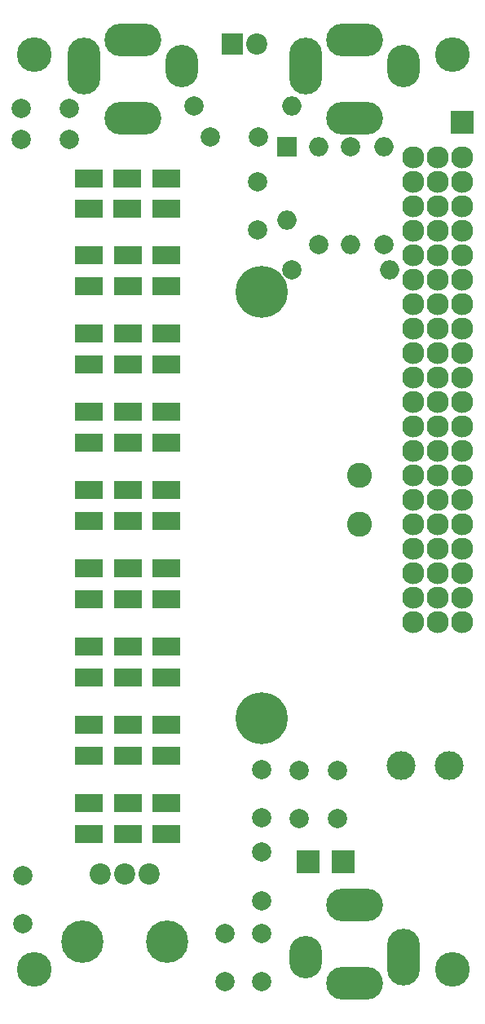
<source format=gts>
G04 #@! TF.GenerationSoftware,KiCad,Pcbnew,(5.0.0-3-g5ebb6b6)*
G04 #@! TF.CreationDate,2019-04-25T18:54:20+02:00*
G04 #@! TF.ProjectId,minidrum-77,6D696E696472756D2D37372E6B696361,rev?*
G04 #@! TF.SameCoordinates,Original*
G04 #@! TF.FileFunction,Soldermask,Top*
G04 #@! TF.FilePolarity,Negative*
%FSLAX46Y46*%
G04 Gerber Fmt 4.6, Leading zero omitted, Abs format (unit mm)*
G04 Created by KiCad (PCBNEW (5.0.0-3-g5ebb6b6)) date Thursday 25 April 2019 18:54:20*
%MOMM*%
%LPD*%
G01*
G04 APERTURE LIST*
%ADD10R,2.900000X1.924000*%
%ADD11C,5.400000*%
%ADD12C,2.600000*%
%ADD13C,2.000000*%
%ADD14O,2.000000X2.000000*%
%ADD15R,2.200000X2.200000*%
%ADD16C,2.200000*%
%ADD17C,2.300000*%
%ADD18C,3.600000*%
%ADD19R,2.000000X2.000000*%
%ADD20O,3.400000X5.900000*%
%ADD21O,3.400000X4.400000*%
%ADD22O,5.900000X3.400000*%
%ADD23C,3.000000*%
%ADD24R,2.400000X2.400000*%
%ADD25C,4.400000*%
G04 APERTURE END LIST*
D10*
G04 #@! TO.C,SW3*
X135001000Y-129159000D03*
X130937000Y-129159000D03*
X138938000Y-129159000D03*
X130937000Y-125984000D03*
X138938000Y-125984000D03*
X135001000Y-125984000D03*
G04 #@! TD*
G04 #@! TO.C,SW7*
X135001000Y-104775000D03*
X130937000Y-104775000D03*
X138938000Y-104775000D03*
X130937000Y-101600000D03*
X138938000Y-101600000D03*
X135001000Y-101600000D03*
G04 #@! TD*
D11*
G04 #@! TO.C,L1*
X148844000Y-81026000D03*
X148844000Y-125298200D03*
D12*
X159004000Y-105156000D03*
X159004000Y-100076000D03*
G04 #@! TD*
D13*
G04 #@! TO.C,R6*
X141859000Y-61722000D03*
D14*
X152019000Y-61722000D03*
G04 #@! TD*
D15*
G04 #@! TO.C,D2*
X145796000Y-55245000D03*
D16*
X148336000Y-55245000D03*
G04 #@! TD*
D17*
G04 #@! TO.C,REF\002A\002A*
X169672000Y-115316000D03*
X169672000Y-112776000D03*
X169672000Y-110236000D03*
X169672000Y-107696000D03*
X169672000Y-105156000D03*
X169672000Y-102616000D03*
X169672000Y-100076000D03*
X169672000Y-97536000D03*
X169672000Y-94996000D03*
X169672000Y-92456000D03*
X167132000Y-92456000D03*
X167132000Y-94996000D03*
X167132000Y-97536000D03*
X167132000Y-100076000D03*
X167132000Y-102616000D03*
X167132000Y-105156000D03*
X167132000Y-107696000D03*
X167132000Y-110236000D03*
X167132000Y-112776000D03*
X167132000Y-115316000D03*
X164592000Y-115316000D03*
X164592000Y-112776000D03*
X164592000Y-110236000D03*
X164592000Y-107696000D03*
X164592000Y-105156000D03*
X164592000Y-102616000D03*
X164592000Y-100076000D03*
X164592000Y-97536000D03*
X164592000Y-94996000D03*
X164592000Y-92456000D03*
G04 #@! TD*
D18*
G04 #@! TO.C,REF\002A\002A*
X125222000Y-56388000D03*
G04 #@! TD*
G04 #@! TO.C,REF\002A\002A*
X168656000Y-56388000D03*
G04 #@! TD*
G04 #@! TO.C,REF\002A\002A*
X168656000Y-151384000D03*
G04 #@! TD*
D13*
G04 #@! TO.C,C3*
X148463000Y-69549000D03*
X148463000Y-74549000D03*
G04 #@! TD*
G04 #@! TO.C,C1*
X123905000Y-65151000D03*
X128905000Y-65151000D03*
G04 #@! TD*
G04 #@! TO.C,C2*
X143510000Y-64897000D03*
X148510000Y-64897000D03*
G04 #@! TD*
G04 #@! TO.C,C4*
X128905000Y-61976000D03*
X123905000Y-61976000D03*
G04 #@! TD*
G04 #@! TO.C,C5*
X148844000Y-144192000D03*
X148844000Y-139192000D03*
G04 #@! TD*
G04 #@! TO.C,C6*
X124079000Y-141605000D03*
X124079000Y-146605000D03*
G04 #@! TD*
G04 #@! TO.C,C7*
X152781000Y-135683000D03*
X152781000Y-130683000D03*
G04 #@! TD*
G04 #@! TO.C,C8*
X156718000Y-135683000D03*
X156718000Y-130683000D03*
G04 #@! TD*
G04 #@! TO.C,C9*
X145034000Y-152654000D03*
X145034000Y-147654000D03*
G04 #@! TD*
G04 #@! TO.C,C10*
X148844000Y-152654000D03*
X148844000Y-147654000D03*
G04 #@! TD*
D19*
G04 #@! TO.C,D1*
X151511000Y-65913000D03*
D14*
X151511000Y-73533000D03*
G04 #@! TD*
D20*
G04 #@! TO.C,J1*
X153416000Y-57531000D03*
D21*
X163576000Y-57531000D03*
D22*
X158496000Y-54864000D03*
X158496000Y-62992000D03*
G04 #@! TD*
G04 #@! TO.C,J2*
X158496000Y-144653000D03*
X158496000Y-152781000D03*
D21*
X153416000Y-150114000D03*
D20*
X163576000Y-150114000D03*
G04 #@! TD*
D13*
G04 #@! TO.C,R1*
X152019000Y-78740000D03*
D14*
X162179000Y-78740000D03*
G04 #@! TD*
G04 #@! TO.C,R2*
X158115000Y-76073000D03*
D13*
X158115000Y-65913000D03*
G04 #@! TD*
G04 #@! TO.C,R3*
X154813000Y-76073000D03*
D14*
X154813000Y-65913000D03*
G04 #@! TD*
G04 #@! TO.C,R4*
X161544000Y-65913000D03*
D13*
X161544000Y-76073000D03*
G04 #@! TD*
D23*
G04 #@! TO.C,L2*
X163322000Y-130175000D03*
X168322000Y-130175000D03*
G04 #@! TD*
D13*
G04 #@! TO.C,C11*
X148844000Y-135636000D03*
X148844000Y-130636000D03*
G04 #@! TD*
D20*
G04 #@! TO.C,J3*
X130429000Y-57531000D03*
D21*
X140589000Y-57531000D03*
D22*
X135509000Y-54864000D03*
X135509000Y-62992000D03*
G04 #@! TD*
D10*
G04 #@! TO.C,SW2*
X135001000Y-80391000D03*
X130937000Y-80391000D03*
X138938000Y-80391000D03*
X130937000Y-77216000D03*
X138938000Y-77216000D03*
X135001000Y-77216000D03*
G04 #@! TD*
G04 #@! TO.C,SW4*
X135001000Y-93472000D03*
X138938000Y-93472000D03*
X130937000Y-93472000D03*
X138938000Y-96647000D03*
X130937000Y-96647000D03*
X135001000Y-96647000D03*
G04 #@! TD*
G04 #@! TO.C,SW5*
X135001000Y-88519000D03*
X130937000Y-88519000D03*
X138938000Y-88519000D03*
X130937000Y-85344000D03*
X138938000Y-85344000D03*
X135001000Y-85344000D03*
G04 #@! TD*
G04 #@! TO.C,SW6*
X135001000Y-109728000D03*
X138938000Y-109728000D03*
X130937000Y-109728000D03*
X138938000Y-112903000D03*
X130937000Y-112903000D03*
X135001000Y-112903000D03*
G04 #@! TD*
G04 #@! TO.C,SW8*
X135001000Y-117856000D03*
X138938000Y-117856000D03*
X130937000Y-117856000D03*
X138938000Y-121031000D03*
X130937000Y-121031000D03*
X135001000Y-121031000D03*
G04 #@! TD*
D24*
G04 #@! TO.C,TP1*
X169672000Y-63373000D03*
G04 #@! TD*
G04 #@! TO.C,TP2*
X157353000Y-140208000D03*
G04 #@! TD*
G04 #@! TO.C,TP3*
X153670000Y-140208000D03*
G04 #@! TD*
D16*
G04 #@! TO.C,R5*
X132160000Y-141478000D03*
X134660000Y-141478000D03*
X137160000Y-141478000D03*
D25*
X130260000Y-148478000D03*
X139060000Y-148478000D03*
G04 #@! TD*
D10*
G04 #@! TO.C,SW1*
X134874000Y-69215000D03*
X138938000Y-69215000D03*
X130937000Y-69215000D03*
X138938000Y-72390000D03*
X130937000Y-72390000D03*
X134874000Y-72390000D03*
G04 #@! TD*
G04 #@! TO.C,SW9*
X135001000Y-134112000D03*
X138938000Y-134112000D03*
X130937000Y-134112000D03*
X138938000Y-137287000D03*
X130937000Y-137287000D03*
X135001000Y-137287000D03*
G04 #@! TD*
D17*
G04 #@! TO.C,REF\002A\002A*
X164592000Y-67056000D03*
X164592000Y-69596000D03*
X164592000Y-72136000D03*
X164592000Y-74676000D03*
X164592000Y-77216000D03*
X164592000Y-79756000D03*
X164592000Y-82296000D03*
X164592000Y-84836000D03*
X164592000Y-87376000D03*
X164592000Y-89916000D03*
X167132000Y-89916000D03*
X167132000Y-87376000D03*
X167132000Y-84836000D03*
X167132000Y-82296000D03*
X167132000Y-79756000D03*
X167132000Y-77216000D03*
X167132000Y-74676000D03*
X167132000Y-72136000D03*
X167132000Y-69596000D03*
X167132000Y-67056000D03*
X169672000Y-67056000D03*
X169672000Y-69596000D03*
X169672000Y-72136000D03*
X169672000Y-74676000D03*
X169672000Y-77216000D03*
X169672000Y-79756000D03*
X169672000Y-82296000D03*
X169672000Y-84836000D03*
X169672000Y-87376000D03*
X169672000Y-89916000D03*
G04 #@! TD*
D18*
G04 #@! TO.C,REF\002A\002A*
X125222000Y-151384000D03*
G04 #@! TD*
M02*

</source>
